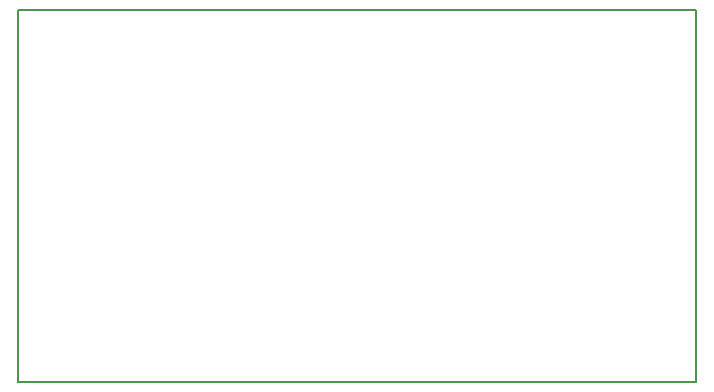
<source format=gm1>
G04 #@! TF.GenerationSoftware,KiCad,Pcbnew,6.0.0-rc1-unknown-r14177-12567c75*
G04 #@! TF.CreationDate,2018-10-23T17:48:22+02:00*
G04 #@! TF.ProjectId,pcbRadon,7063625261646F6E2E6B696361645F70,rev?*
G04 #@! TF.SameCoordinates,Original*
G04 #@! TF.FileFunction,Profile,NP*
%FSLAX46Y46*%
G04 Gerber Fmt 4.6, Leading zero omitted, Abs format (unit mm)*
G04 Created by KiCad (PCBNEW 6.0.0-rc1-unknown-r14177-12567c75) date Tue 23 Oct 2018 17:48:22 CEST*
%MOMM*%
%LPD*%
G01*
G04 APERTURE LIST*
%ADD10C,0.150000*%
G04 APERTURE END LIST*
D10*
X184404000Y-114808000D02*
X184404000Y-83312000D01*
X127000000Y-114808000D02*
X184404000Y-114808000D01*
X127000000Y-83312000D02*
X127000000Y-114808000D01*
X184404000Y-83312000D02*
X127000000Y-83312000D01*
M02*

</source>
